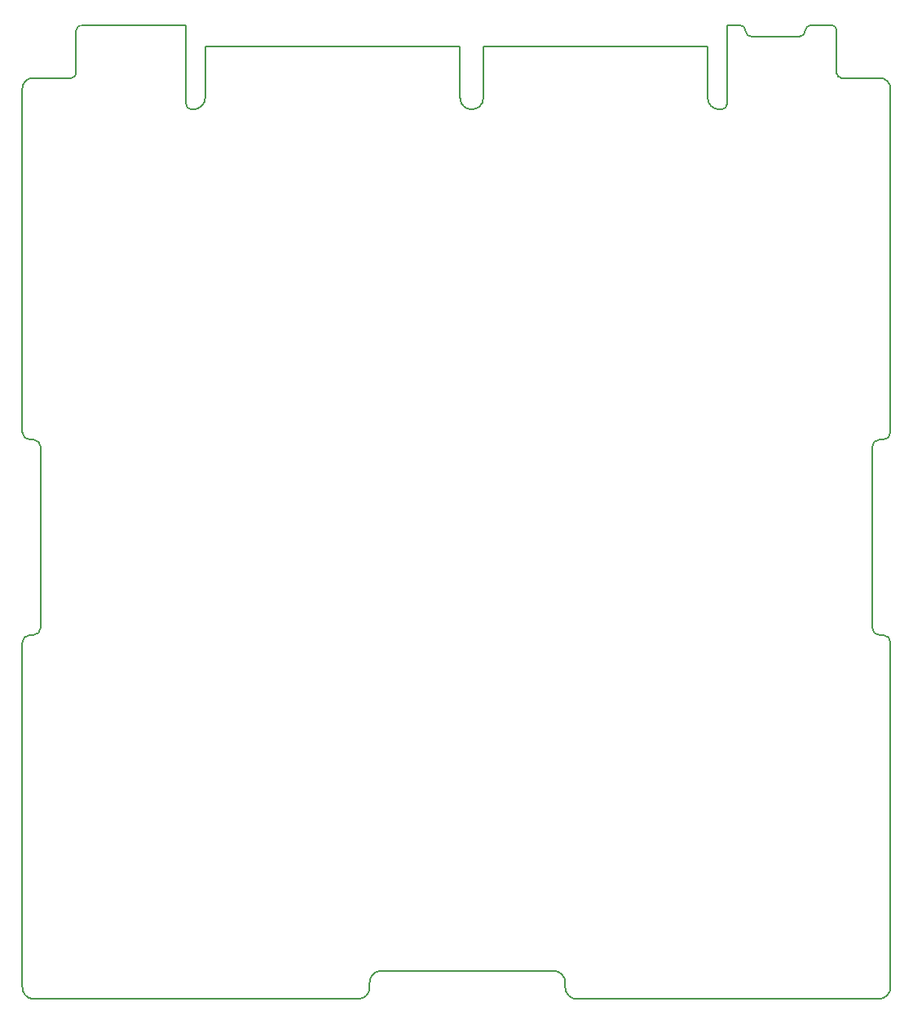
<source format=gm1>
G04 #@! TF.GenerationSoftware,KiCad,Pcbnew,7.0.1*
G04 #@! TF.CreationDate,2023-06-13T18:19:14-04:00*
G04 #@! TF.ProjectId,mainboard,6d61696e-626f-4617-9264-2e6b69636164,rev?*
G04 #@! TF.SameCoordinates,Original*
G04 #@! TF.FileFunction,Profile,NP*
%FSLAX46Y46*%
G04 Gerber Fmt 4.6, Leading zero omitted, Abs format (unit mm)*
G04 Created by KiCad (PCBNEW 7.0.1) date 2023-06-13 18:19:14*
%MOMM*%
%LPD*%
G01*
G04 APERTURE LIST*
G04 #@! TA.AperFunction,Profile*
%ADD10C,0.127000*%
G04 #@! TD*
G04 APERTURE END LIST*
D10*
X135864600Y-56743600D02*
X139852400Y-56743600D01*
X51943000Y-114604800D02*
G75*
G03*
X52705000Y-113842800I0J762000D01*
G01*
X140970000Y-93548200D02*
X140970000Y-57861200D01*
X107188000Y-150672800D02*
G75*
G03*
X105994200Y-149479000I-1193800J0D01*
G01*
X96266000Y-58801000D02*
X96266000Y-53441600D01*
X124002800Y-51257200D02*
X125298200Y-51257200D01*
X135382000Y-56261000D02*
G75*
G03*
X135864600Y-56743600I482600J0D01*
G01*
X98679000Y-53441600D02*
X121983500Y-53441600D01*
X125907800Y-51841400D02*
G75*
G03*
X126517400Y-52451000I609600J0D01*
G01*
X67792600Y-59385200D02*
X67792600Y-51257200D01*
X98679000Y-58801000D02*
X98679000Y-53441600D01*
X55880000Y-56743599D02*
G75*
G03*
X56387999Y-56286400I25400J482599D01*
G01*
X51892200Y-56743601D02*
G75*
G03*
X50800001Y-57861200I12700J-1104899D01*
G01*
X121983500Y-58801000D02*
X121983500Y-53441600D01*
X56972200Y-51257200D02*
G75*
G03*
X56388000Y-51841400I0J-584200D01*
G01*
X86868000Y-151206200D02*
X86868000Y-150672800D01*
X51562000Y-114604800D02*
G75*
G03*
X50800000Y-115366800I0J-762000D01*
G01*
X50800000Y-151130000D02*
G75*
G03*
X51917600Y-152400000I1193800J-76200D01*
G01*
X132715000Y-51257200D02*
G75*
G03*
X132105400Y-51866800I0J-609600D01*
G01*
X50800000Y-151130000D02*
X50800000Y-115366800D01*
X51917600Y-152400000D02*
X85674200Y-152400000D01*
X135382000Y-51816000D02*
G75*
G03*
X134823200Y-51257200I-558800J0D01*
G01*
X52705000Y-95072200D02*
G75*
G03*
X51943000Y-94310200I-762000J0D01*
G01*
X132715000Y-51257200D02*
X134823200Y-51257200D01*
X124002800Y-59436000D02*
X124002800Y-51257200D01*
X140970000Y-115366800D02*
G75*
G03*
X140208000Y-114604800I-762000J0D01*
G01*
X85674200Y-152400000D02*
G75*
G03*
X86868000Y-151206200I0J1193800D01*
G01*
X50800000Y-93548200D02*
G75*
G03*
X51562000Y-94310200I762000J0D01*
G01*
X125907800Y-51841400D02*
G75*
G03*
X125298200Y-51257200I-596900J-12700D01*
G01*
X131495800Y-52451000D02*
G75*
G03*
X132105400Y-51866800I12700J596900D01*
G01*
X69799200Y-53441600D02*
X96266000Y-53441600D01*
X126517400Y-52451000D02*
X131495800Y-52451000D01*
X140970000Y-57861200D02*
G75*
G03*
X139852400Y-56743600I-1117600J0D01*
G01*
X69799200Y-58750200D02*
X69799200Y-53441600D01*
X123190000Y-60020200D02*
X123393200Y-60020200D01*
X67792613Y-59385201D02*
G75*
G03*
X68351400Y-60020199I596787J-38199D01*
G01*
X96266000Y-58801000D02*
G75*
G03*
X98679000Y-58801000I1206500J0D01*
G01*
X107188000Y-151206200D02*
X107188000Y-150672800D01*
X56972200Y-51257200D02*
X67792600Y-51257200D01*
X68351400Y-60020200D02*
X68580000Y-60020200D01*
X139065000Y-113842800D02*
X139065000Y-95072200D01*
X107188000Y-151206200D02*
G75*
G03*
X108381800Y-152400000I1193800J0D01*
G01*
X121983501Y-58801000D02*
G75*
G03*
X123190000Y-60020200I1212799J-6400D01*
G01*
X123393200Y-60020195D02*
G75*
G03*
X124002799Y-59436000I12800J596795D01*
G01*
X139065000Y-113842800D02*
G75*
G03*
X139827000Y-114604800I762000J0D01*
G01*
X68580000Y-60020200D02*
G75*
G03*
X69799200Y-58750200I-25400J1244600D01*
G01*
X88061800Y-149479000D02*
X105994200Y-149479000D01*
X51562000Y-114604800D02*
X51943000Y-114604800D01*
X108381800Y-152400000D02*
X139776200Y-152400000D01*
X52705000Y-113842800D02*
X52705000Y-95072200D01*
X51562000Y-94310200D02*
X51943000Y-94310200D01*
X50800000Y-93548200D02*
X50800000Y-57861200D01*
X56388000Y-56286400D02*
X56388000Y-51841400D01*
X135382000Y-56261000D02*
X135382000Y-51816000D01*
X51892200Y-56743600D02*
X55880000Y-56743600D01*
X140970000Y-151130000D02*
X140970000Y-115366800D01*
X88061800Y-149479000D02*
G75*
G03*
X86868000Y-150672800I0J-1193800D01*
G01*
X139827000Y-114604800D02*
X140208000Y-114604800D01*
X139776200Y-152400000D02*
G75*
G03*
X140970000Y-151130000I-38100J1231900D01*
G01*
X140208000Y-94310200D02*
G75*
G03*
X140970000Y-93548200I0J762000D01*
G01*
X139827000Y-94310200D02*
G75*
G03*
X139065000Y-95072200I0J-762000D01*
G01*
X139827000Y-94310200D02*
X140208000Y-94310200D01*
M02*

</source>
